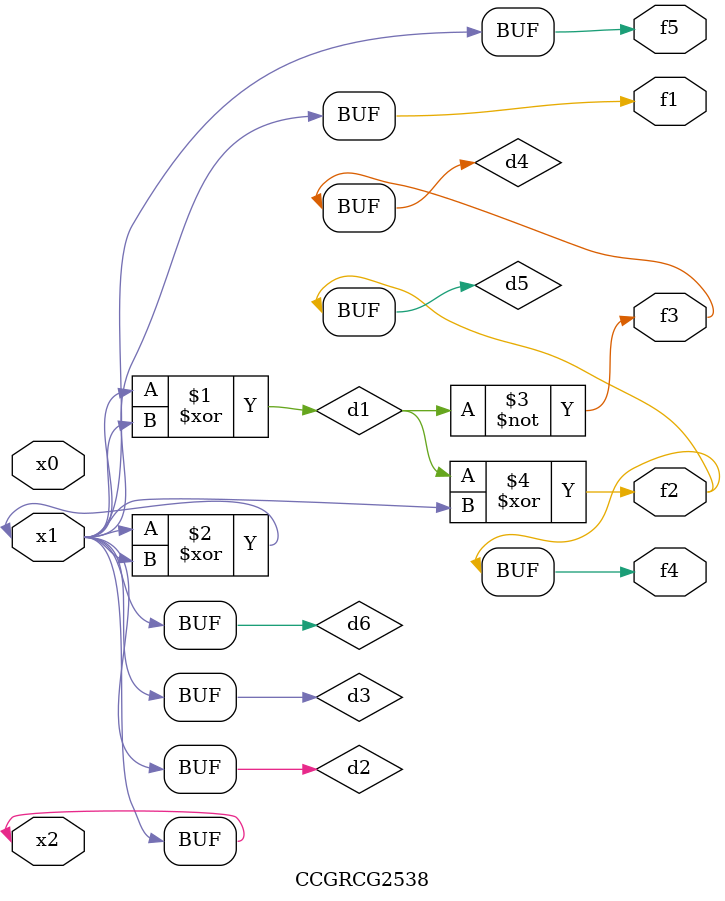
<source format=v>
module CCGRCG2538(
	input x0, x1, x2,
	output f1, f2, f3, f4, f5
);

	wire d1, d2, d3, d4, d5, d6;

	xor (d1, x1, x2);
	buf (d2, x1, x2);
	xor (d3, x1, x2);
	nor (d4, d1);
	xor (d5, d1, d2);
	buf (d6, d2, d3);
	assign f1 = d6;
	assign f2 = d5;
	assign f3 = d4;
	assign f4 = d5;
	assign f5 = d6;
endmodule

</source>
